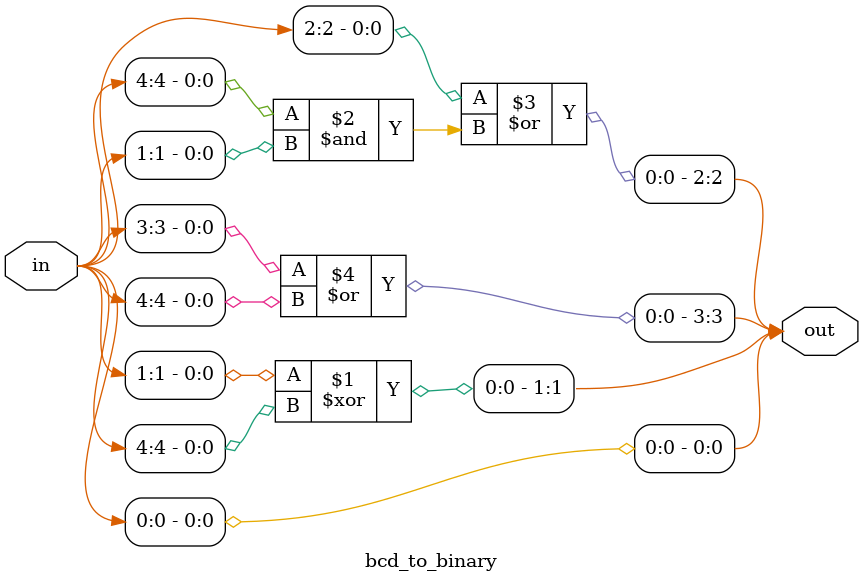
<source format=v>
`timescale 1ns / 1ps


module bcd_to_binary (in,out);
	input [7:0] in;
	output [3:0] out;
	
	assign out[0]=in[0];
	assign out[1]=in[1]^in[4];
	assign out[2]=in[2]|(in[4]&in[1]);
	assign out[3]=in[3]|in[4];
	
endmodule 

</source>
